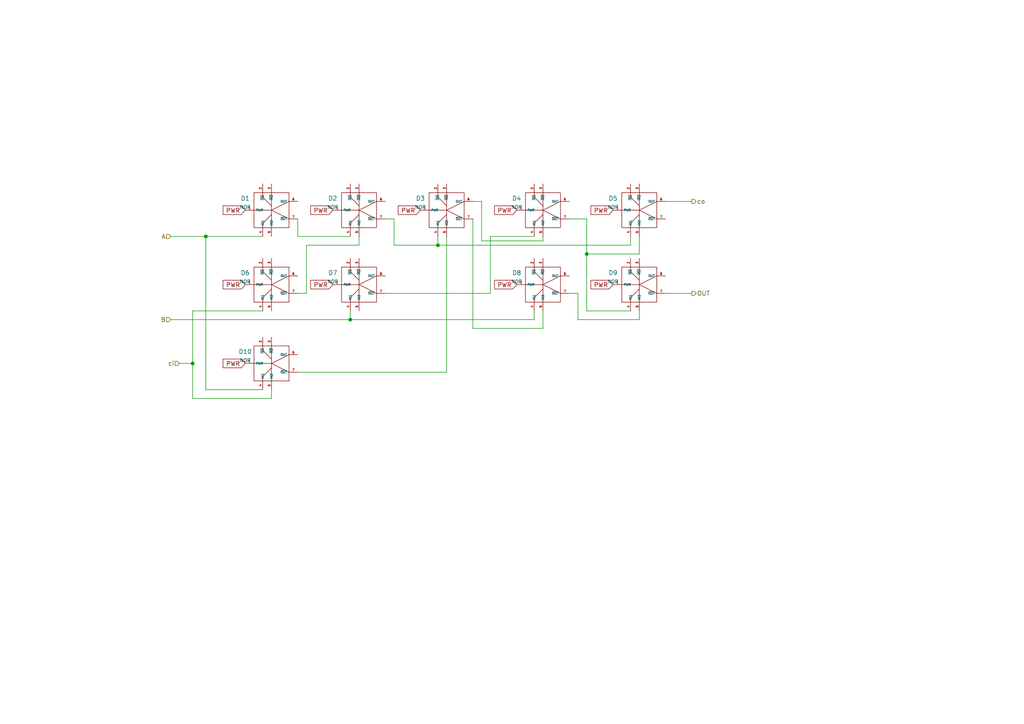
<source format=kicad_sch>
(kicad_sch (version 20211123) (generator eeschema)

  (uuid a1f84086-e425-4809-97aa-111a4865d9cd)

  (paper "A4")

  (lib_symbols
    (symbol "fluidic:NOR" (in_bom yes) (on_board yes)
      (property "Reference" "D" (id 0) (at 1.27 1.27 0)
        (effects (font (size 1.27 1.27)))
      )
      (property "Value" "NOR" (id 1) (at 2.54 3.81 0)
        (effects (font (size 1 1)))
      )
      (property "Footprint" "" (id 2) (at 0 0 0)
        (effects (font (size 1.27 1.27)) hide)
      )
      (property "Datasheet" "" (id 3) (at 0 0 0)
        (effects (font (size 1.27 1.27)) hide)
      )
      (symbol "NOR_0_1"
        (rectangle (start -5.08 5.08) (end 5.08 -5.08)
          (stroke (width 0) (type default) (color 0 0 0 0))
          (fill (type none))
        )
        (polyline
          (pts
            (xy 0 -5.08)
            (xy 0 0)
          )
          (stroke (width 0) (type default) (color 0 0 0 0))
          (fill (type none))
        )
        (polyline
          (pts
            (xy 0 0)
            (xy 5.08 -2.54)
          )
          (stroke (width 0) (type default) (color 0 0 0 0))
          (fill (type none))
        )
        (polyline
          (pts
            (xy 0 5.08)
            (xy 0 0)
          )
          (stroke (width 0) (type default) (color 0 0 0 0))
          (fill (type none))
        )
        (polyline
          (pts
            (xy -5.08 0)
            (xy 0 0)
            (xy 5.08 2.54)
          )
          (stroke (width 0) (type default) (color 0 0 0 0))
          (fill (type none))
        )
        (polyline
          (pts
            (xy -2.54 -5.08)
            (xy -2.54 -3.81)
            (xy 0 -1.27)
          )
          (stroke (width 0) (type default) (color 0 0 0 0))
          (fill (type none))
        )
        (polyline
          (pts
            (xy -2.54 5.08)
            (xy -2.54 3.81)
            (xy 0 1.27)
          )
          (stroke (width 0) (type default) (color 0 0 0 0))
          (fill (type none))
        )
      )
      (symbol "NOR_1_1"
        (pin power_in line (at -7.62 0 0) (length 2.54)
          (name "PWR" (effects (font (size 0.635 0.635))))
          (number "1" (effects (font (size 0.635 0.635))))
        )
        (pin input line (at -2.54 7.62 270) (length 2.54)
          (name "~{IN1}" (effects (font (size 0.635 0.635))))
          (number "2" (effects (font (size 0.635 0.635))))
        )
        (pin input line (at 0 7.62 270) (length 2.54)
          (name "~{IN2}" (effects (font (size 0.635 0.635))))
          (number "3" (effects (font (size 0.635 0.635))))
        )
        (pin input line (at -2.54 -7.62 90) (length 2.54)
          (name "IN1" (effects (font (size 0.635 0.635))))
          (number "4" (effects (font (size 0.635 0.635))))
        )
        (pin input line (at 0 -7.62 90) (length 2.54)
          (name "IN2" (effects (font (size 0.635 0.635))))
          (number "5" (effects (font (size 0.635 0.635))))
        )
        (pin output line (at 7.62 2.54 180) (length 2.54)
          (name "OUT" (effects (font (size 0.635 0.635))))
          (number "6" (effects (font (size 0.635 0.635))))
        )
        (pin output line (at 7.62 -2.54 180) (length 2.54)
          (name "~{OUT}" (effects (font (size 0.635 0.635))))
          (number "7" (effects (font (size 0.635 0.635))))
        )
      )
    )
  )

  (junction (at 59.69 68.58) (diameter 0) (color 0 0 0 0)
    (uuid 2719fbdd-b8b0-49cd-a200-d183afc656df)
  )
  (junction (at 101.6 92.71) (diameter 0) (color 0 0 0 0)
    (uuid 78c73d24-07f2-4dc9-aa47-0cd1327cbc4d)
  )
  (junction (at 127 71.12) (diameter 0) (color 0 0 0 0)
    (uuid 8e969972-0b99-4eac-98a2-9e2d5a1ea73b)
  )
  (junction (at 170.18 73.66) (diameter 0) (color 0 0 0 0)
    (uuid be704520-f797-44d9-9184-23dbcb04474d)
  )
  (junction (at 55.88 105.41) (diameter 0) (color 0 0 0 0)
    (uuid f64d5c97-8df5-49a8-83a0-2d67d2d1080a)
  )

  (wire (pts (xy 170.18 73.66) (xy 170.18 90.17))
    (stroke (width 0) (type default) (color 0 0 0 0))
    (uuid 01d282c8-300a-48bc-8604-8f0ab33a5a37)
  )
  (wire (pts (xy 142.24 85.09) (xy 142.24 68.58))
    (stroke (width 0) (type default) (color 0 0 0 0))
    (uuid 0890e40f-931f-49e1-8f1d-a1e8b8324f46)
  )
  (wire (pts (xy 49.53 68.58) (xy 59.69 68.58))
    (stroke (width 0) (type default) (color 0 0 0 0))
    (uuid 179a1047-509b-410b-b065-e07ddf96a1b8)
  )
  (wire (pts (xy 170.18 90.17) (xy 182.88 90.17))
    (stroke (width 0) (type default) (color 0 0 0 0))
    (uuid 221223ed-ac64-429f-93c0-c2345bcdddea)
  )
  (wire (pts (xy 101.6 90.17) (xy 101.6 92.71))
    (stroke (width 0) (type default) (color 0 0 0 0))
    (uuid 23887384-85d2-4b91-ae43-c658cf2a5cce)
  )
  (wire (pts (xy 55.88 115.57) (xy 78.74 115.57))
    (stroke (width 0) (type default) (color 0 0 0 0))
    (uuid 254490b5-8858-4a68-8223-7762bfd86f51)
  )
  (wire (pts (xy 55.88 90.17) (xy 55.88 105.41))
    (stroke (width 0) (type default) (color 0 0 0 0))
    (uuid 301ddb52-7aa7-4d21-829d-3b0604718d7b)
  )
  (wire (pts (xy 154.94 92.71) (xy 154.94 90.17))
    (stroke (width 0) (type default) (color 0 0 0 0))
    (uuid 32936b45-2018-46cf-8a4b-4b72fdacbb6c)
  )
  (wire (pts (xy 114.3 71.12) (xy 127 71.12))
    (stroke (width 0) (type default) (color 0 0 0 0))
    (uuid 3f1da200-8ddf-4c37-bb20-c3b43a5c6661)
  )
  (wire (pts (xy 139.7 69.85) (xy 157.48 69.85))
    (stroke (width 0) (type default) (color 0 0 0 0))
    (uuid 41e1bec3-0740-4422-bd4b-04ceacc6a574)
  )
  (wire (pts (xy 185.42 73.66) (xy 170.18 73.66))
    (stroke (width 0) (type default) (color 0 0 0 0))
    (uuid 4abddfd4-0b2b-4794-aed2-d383cb8cdf5a)
  )
  (wire (pts (xy 114.3 63.5) (xy 114.3 71.12))
    (stroke (width 0) (type default) (color 0 0 0 0))
    (uuid 4c739fa0-f32e-4df4-9b7b-ee3e6afb295f)
  )
  (wire (pts (xy 55.88 105.41) (xy 55.88 115.57))
    (stroke (width 0) (type default) (color 0 0 0 0))
    (uuid 4e001036-2180-4366-a0f5-0b8745896e4b)
  )
  (wire (pts (xy 185.42 68.58) (xy 185.42 73.66))
    (stroke (width 0) (type default) (color 0 0 0 0))
    (uuid 5adc5db4-f36c-4caa-a818-4419812a0a5f)
  )
  (wire (pts (xy 193.04 85.09) (xy 200.66 85.09))
    (stroke (width 0) (type default) (color 0 0 0 0))
    (uuid 5ae4af88-d7c5-4253-8c78-07408a7a6082)
  )
  (wire (pts (xy 78.74 115.57) (xy 78.74 113.03))
    (stroke (width 0) (type default) (color 0 0 0 0))
    (uuid 5c85a8be-901a-4da1-999e-8f9316274f26)
  )
  (wire (pts (xy 111.76 63.5) (xy 114.3 63.5))
    (stroke (width 0) (type default) (color 0 0 0 0))
    (uuid 61552163-4761-4a1c-b2d6-fa35886f0193)
  )
  (wire (pts (xy 76.2 90.17) (xy 55.88 90.17))
    (stroke (width 0) (type default) (color 0 0 0 0))
    (uuid 6e56869a-4980-4be5-99cc-604254cea306)
  )
  (wire (pts (xy 167.64 85.09) (xy 167.64 92.71))
    (stroke (width 0) (type default) (color 0 0 0 0))
    (uuid 742f0768-4b6c-4c7b-953c-2b3280a10d72)
  )
  (wire (pts (xy 167.64 92.71) (xy 185.42 92.71))
    (stroke (width 0) (type default) (color 0 0 0 0))
    (uuid 75ef13f5-8f4a-4b24-8ada-e3f945ccfa07)
  )
  (wire (pts (xy 49.53 92.71) (xy 101.6 92.71))
    (stroke (width 0) (type default) (color 0 0 0 0))
    (uuid 7722f050-2b54-4409-8294-2ca385751bfb)
  )
  (wire (pts (xy 127 71.12) (xy 127 68.58))
    (stroke (width 0) (type default) (color 0 0 0 0))
    (uuid 79484f6e-a689-48b8-b098-f07d68587f2b)
  )
  (wire (pts (xy 86.36 68.58) (xy 101.6 68.58))
    (stroke (width 0) (type default) (color 0 0 0 0))
    (uuid 81a1f2cf-ee7f-48b7-8687-fba37e0af761)
  )
  (wire (pts (xy 170.18 63.5) (xy 170.18 73.66))
    (stroke (width 0) (type default) (color 0 0 0 0))
    (uuid 81a24744-1b3c-42a9-b32d-fc07eaacea1b)
  )
  (wire (pts (xy 137.16 95.25) (xy 157.48 95.25))
    (stroke (width 0) (type default) (color 0 0 0 0))
    (uuid 81c4f974-e3a7-4ddc-9a0f-753b09fb6ca9)
  )
  (wire (pts (xy 137.16 58.42) (xy 139.7 58.42))
    (stroke (width 0) (type default) (color 0 0 0 0))
    (uuid 8f8b7361-be1c-41c9-bc2d-d1934a8fee5e)
  )
  (wire (pts (xy 59.69 113.03) (xy 59.69 68.58))
    (stroke (width 0) (type default) (color 0 0 0 0))
    (uuid 9cd490ca-ce34-42c1-b467-72fb158c45f0)
  )
  (wire (pts (xy 127 71.12) (xy 182.88 71.12))
    (stroke (width 0) (type default) (color 0 0 0 0))
    (uuid a19629f5-688b-47ac-aa86-0f011d86546f)
  )
  (wire (pts (xy 52.07 105.41) (xy 55.88 105.41))
    (stroke (width 0) (type default) (color 0 0 0 0))
    (uuid a7512e35-06f2-4a95-8334-044463dbf068)
  )
  (wire (pts (xy 182.88 71.12) (xy 182.88 68.58))
    (stroke (width 0) (type default) (color 0 0 0 0))
    (uuid ade31ed6-1782-401e-8a26-cb6d25ad5666)
  )
  (wire (pts (xy 59.69 68.58) (xy 76.2 68.58))
    (stroke (width 0) (type default) (color 0 0 0 0))
    (uuid b15a261c-9afc-4d17-bd3e-4e99f035056a)
  )
  (wire (pts (xy 111.76 85.09) (xy 142.24 85.09))
    (stroke (width 0) (type default) (color 0 0 0 0))
    (uuid b26cb642-faa1-4a69-a41d-82d08085187d)
  )
  (wire (pts (xy 86.36 85.09) (xy 88.9 85.09))
    (stroke (width 0) (type default) (color 0 0 0 0))
    (uuid b7ebda31-0431-4196-ab87-a66eaefeb568)
  )
  (wire (pts (xy 142.24 68.58) (xy 154.94 68.58))
    (stroke (width 0) (type default) (color 0 0 0 0))
    (uuid c0c3b0ac-8a1a-48a9-b093-8d204bfaeb48)
  )
  (wire (pts (xy 101.6 92.71) (xy 154.94 92.71))
    (stroke (width 0) (type default) (color 0 0 0 0))
    (uuid c2d36e37-6bc2-4f1b-a670-6957e44c62c1)
  )
  (wire (pts (xy 193.04 58.42) (xy 200.66 58.42))
    (stroke (width 0) (type default) (color 0 0 0 0))
    (uuid c381de3f-2dc5-4fa5-bc4f-5b218c5eaaf9)
  )
  (wire (pts (xy 86.36 63.5) (xy 86.36 68.58))
    (stroke (width 0) (type default) (color 0 0 0 0))
    (uuid c3c6e638-6255-4b9e-8ea2-c68bdd7acbfc)
  )
  (wire (pts (xy 88.9 85.09) (xy 88.9 71.12))
    (stroke (width 0) (type default) (color 0 0 0 0))
    (uuid cb2009dc-c959-4fa6-b24e-6a72a6e1f7e2)
  )
  (wire (pts (xy 157.48 69.85) (xy 157.48 68.58))
    (stroke (width 0) (type default) (color 0 0 0 0))
    (uuid cfc7b29a-38cf-4db1-be93-bd3acd853bac)
  )
  (wire (pts (xy 104.14 71.12) (xy 104.14 68.58))
    (stroke (width 0) (type default) (color 0 0 0 0))
    (uuid d660ef02-4721-432e-9cc6-ed9683236c99)
  )
  (wire (pts (xy 129.54 107.95) (xy 129.54 68.58))
    (stroke (width 0) (type default) (color 0 0 0 0))
    (uuid dd413e06-7201-441f-960a-a4b9974b3aa1)
  )
  (wire (pts (xy 157.48 90.17) (xy 157.48 95.25))
    (stroke (width 0) (type default) (color 0 0 0 0))
    (uuid de487a49-b1bd-49d8-b602-b0f77924dd62)
  )
  (wire (pts (xy 185.42 92.71) (xy 185.42 90.17))
    (stroke (width 0) (type default) (color 0 0 0 0))
    (uuid e02b3bcd-625b-471d-8084-6e900f7cd18c)
  )
  (wire (pts (xy 139.7 58.42) (xy 139.7 69.85))
    (stroke (width 0) (type default) (color 0 0 0 0))
    (uuid e03bc6be-342f-4fa9-b82f-bf7575af503e)
  )
  (wire (pts (xy 137.16 63.5) (xy 137.16 95.25))
    (stroke (width 0) (type default) (color 0 0 0 0))
    (uuid e0cc6966-35e4-4736-b37e-f674d5f42e33)
  )
  (wire (pts (xy 86.36 107.95) (xy 129.54 107.95))
    (stroke (width 0) (type default) (color 0 0 0 0))
    (uuid e1b1c8a3-e1df-4d39-9ad1-bbd93c7cb1fb)
  )
  (wire (pts (xy 76.2 113.03) (xy 59.69 113.03))
    (stroke (width 0) (type default) (color 0 0 0 0))
    (uuid e401f93d-a3b3-494d-adb8-3f78e486c2b4)
  )
  (wire (pts (xy 165.1 63.5) (xy 170.18 63.5))
    (stroke (width 0) (type default) (color 0 0 0 0))
    (uuid e5d40187-c8bb-4e65-9e01-71e3d21055c3)
  )
  (wire (pts (xy 165.1 85.09) (xy 167.64 85.09))
    (stroke (width 0) (type default) (color 0 0 0 0))
    (uuid f6318bd3-4109-45cb-b423-5b4b0d001caf)
  )
  (wire (pts (xy 88.9 71.12) (xy 104.14 71.12))
    (stroke (width 0) (type default) (color 0 0 0 0))
    (uuid f7fd5259-72a0-49d0-b406-f8c36e16cfbb)
  )

  (global_label "PWR" (shape input) (at 149.86 60.96 180) (fields_autoplaced)
    (effects (font (size 1.27 1.27)) (justify right))
    (uuid 1bfc93fe-1c12-4335-b667-796f42ec48c0)
    (property "Intersheet References" "${INTERSHEET_REFS}" (id 0) (at 143.4555 60.8806 0)
      (effects (font (size 1.27 1.27)) (justify right) hide)
    )
  )
  (global_label "PWR" (shape input) (at 149.86 82.55 180) (fields_autoplaced)
    (effects (font (size 1.27 1.27)) (justify right))
    (uuid 2ccb505a-0613-4946-814a-15045c4bb55e)
    (property "Intersheet References" "${INTERSHEET_REFS}" (id 0) (at 143.4555 82.4706 0)
      (effects (font (size 1.27 1.27)) (justify right) hide)
    )
  )
  (global_label "PWR" (shape input) (at 121.92 60.96 180) (fields_autoplaced)
    (effects (font (size 1.27 1.27)) (justify right))
    (uuid 4083f32a-138e-4671-8b45-a5f6a4bf79d6)
    (property "Intersheet References" "${INTERSHEET_REFS}" (id 0) (at 115.5155 60.8806 0)
      (effects (font (size 1.27 1.27)) (justify right) hide)
    )
  )
  (global_label "PWR" (shape input) (at 71.12 60.96 180) (fields_autoplaced)
    (effects (font (size 1.27 1.27)) (justify right))
    (uuid 4486a782-4e98-4911-9142-d8789bd9cb8b)
    (property "Intersheet References" "${INTERSHEET_REFS}" (id 0) (at 64.7155 60.8806 0)
      (effects (font (size 1.27 1.27)) (justify right) hide)
    )
  )
  (global_label "PWR" (shape input) (at 177.8 60.96 180) (fields_autoplaced)
    (effects (font (size 1.27 1.27)) (justify right))
    (uuid 560f45d9-3f1f-4701-b818-d7659ea38a07)
    (property "Intersheet References" "${INTERSHEET_REFS}" (id 0) (at 171.3955 60.8806 0)
      (effects (font (size 1.27 1.27)) (justify right) hide)
    )
  )
  (global_label "PWR" (shape input) (at 96.52 60.96 180) (fields_autoplaced)
    (effects (font (size 1.27 1.27)) (justify right))
    (uuid 796944cf-b53a-4362-93b7-ce70e37f974b)
    (property "Intersheet References" "${INTERSHEET_REFS}" (id 0) (at 90.1155 60.8806 0)
      (effects (font (size 1.27 1.27)) (justify right) hide)
    )
  )
  (global_label "PWR" (shape input) (at 177.8 82.55 180) (fields_autoplaced)
    (effects (font (size 1.27 1.27)) (justify right))
    (uuid a33b1a7e-fed5-4b82-8098-a20345bcf778)
    (property "Intersheet References" "${INTERSHEET_REFS}" (id 0) (at 171.3955 82.4706 0)
      (effects (font (size 1.27 1.27)) (justify right) hide)
    )
  )
  (global_label "PWR" (shape input) (at 96.52 82.55 180) (fields_autoplaced)
    (effects (font (size 1.27 1.27)) (justify right))
    (uuid ae7948e4-531f-4e42-83fc-463ccd381928)
    (property "Intersheet References" "${INTERSHEET_REFS}" (id 0) (at 90.1155 82.4706 0)
      (effects (font (size 1.27 1.27)) (justify right) hide)
    )
  )
  (global_label "PWR" (shape input) (at 71.12 82.55 180) (fields_autoplaced)
    (effects (font (size 1.27 1.27)) (justify right))
    (uuid c7439e90-c6b8-47b2-9d17-a06c395fe26e)
    (property "Intersheet References" "${INTERSHEET_REFS}" (id 0) (at 64.7155 82.4706 0)
      (effects (font (size 1.27 1.27)) (justify right) hide)
    )
  )
  (global_label "PWR" (shape input) (at 71.12 105.41 180) (fields_autoplaced)
    (effects (font (size 1.27 1.27)) (justify right))
    (uuid cb031a77-9b7a-4ffa-ac78-be0cf9b1a671)
    (property "Intersheet References" "${INTERSHEET_REFS}" (id 0) (at 64.7155 105.3306 0)
      (effects (font (size 1.27 1.27)) (justify right) hide)
    )
  )

  (hierarchical_label "ci" (shape input) (at 52.07 105.41 180)
    (effects (font (size 1.27 1.27)) (justify right))
    (uuid 377a2a04-f07e-4ede-8767-eeb885700b1b)
  )
  (hierarchical_label "OUT" (shape output) (at 200.66 85.09 0)
    (effects (font (size 1.27 1.27)) (justify left))
    (uuid 604aecbc-88c2-42a1-955f-a9af74318bd8)
  )
  (hierarchical_label "co" (shape output) (at 200.66 58.42 0)
    (effects (font (size 1.27 1.27)) (justify left))
    (uuid 72f4d15e-aaed-4cd8-8631-c43c2bd0c0c6)
  )
  (hierarchical_label "A" (shape input) (at 49.53 68.58 180)
    (effects (font (size 1.27 1.27)) (justify right))
    (uuid 8b5c5c35-9fa6-42ab-a00b-53767849c852)
  )
  (hierarchical_label "B" (shape input) (at 49.53 92.71 180)
    (effects (font (size 1.27 1.27)) (justify right))
    (uuid 8e4622e7-4bd3-43b3-86aa-528132c8cea6)
  )

  (symbol (lib_id "fluidic:NOR") (at 78.74 82.55 0)
    (in_bom yes) (on_board yes) (fields_autoplaced)
    (uuid 43204734-1c0e-4ac5-bb89-023236f3dbc4)
    (property "Reference" "D6" (id 0) (at 71.12 79.14 0))
    (property "Value" "NOR" (id 1) (at 71.12 81.6801 0)
      (effects (font (size 1 1)))
    )
    (property "Footprint" "" (id 2) (at 78.74 82.55 0)
      (effects (font (size 1.27 1.27)) hide)
    )
    (property "Datasheet" "" (id 3) (at 78.74 82.55 0)
      (effects (font (size 1.27 1.27)) hide)
    )
    (pin "1" (uuid 61614cee-b370-4b29-a238-fc28a54dab71))
    (pin "2" (uuid fa247a02-09cf-4c05-85a9-48d63936ee00))
    (pin "3" (uuid db5eee57-71a9-41d2-84ae-3a208d9127dc))
    (pin "4" (uuid 09b9248f-bf17-4ab5-8f81-81360ef54010))
    (pin "5" (uuid 08f152a7-5dd6-40b8-86c8-5a6a84e3e7cf))
    (pin "6" (uuid c1fbcf6a-9fcf-4f91-9749-1eb6b6cca1a7))
    (pin "7" (uuid ca9250eb-6c1b-4489-a33a-5da4004263f8))
  )

  (symbol (lib_id "fluidic:NOR") (at 104.14 82.55 0)
    (in_bom yes) (on_board yes) (fields_autoplaced)
    (uuid 839a6ff0-3de9-4e22-9fe6-02a318fb81a7)
    (property "Reference" "D7" (id 0) (at 96.52 79.14 0))
    (property "Value" "NOR" (id 1) (at 96.52 81.6801 0)
      (effects (font (size 1 1)))
    )
    (property "Footprint" "" (id 2) (at 104.14 82.55 0)
      (effects (font (size 1.27 1.27)) hide)
    )
    (property "Datasheet" "" (id 3) (at 104.14 82.55 0)
      (effects (font (size 1.27 1.27)) hide)
    )
    (pin "1" (uuid adf6c95b-5dc8-4d48-824c-edacd0c65ee8))
    (pin "2" (uuid 47b61358-56a0-480e-a2e5-bb503e858961))
    (pin "3" (uuid 812c8bc0-9553-42d5-bb3c-a657d45d6bda))
    (pin "4" (uuid fdec41aa-f1fd-4bc2-89ca-fe97f84b6deb))
    (pin "5" (uuid f804aac1-6cc3-478d-83f2-61dd53f87d06))
    (pin "6" (uuid 931f192d-77cf-45f2-b1d7-8b645f4f95a1))
    (pin "7" (uuid 3c4b8fca-d22d-4df4-9c98-c279260666a3))
  )

  (symbol (lib_id "fluidic:NOR") (at 129.54 60.96 0)
    (in_bom yes) (on_board yes) (fields_autoplaced)
    (uuid 872f230a-94f6-4b78-91f1-d1815c9160d9)
    (property "Reference" "D3" (id 0) (at 121.92 57.55 0))
    (property "Value" "NOR" (id 1) (at 121.92 60.0901 0)
      (effects (font (size 1 1)))
    )
    (property "Footprint" "" (id 2) (at 129.54 60.96 0)
      (effects (font (size 1.27 1.27)) hide)
    )
    (property "Datasheet" "" (id 3) (at 129.54 60.96 0)
      (effects (font (size 1.27 1.27)) hide)
    )
    (pin "1" (uuid ab099279-95a1-4b22-8519-a69d4cd5d596))
    (pin "2" (uuid 4d5466e5-82c2-4260-8553-d9b75cdecdb9))
    (pin "3" (uuid 2788dbf7-231a-4d41-a12e-0c87505281ca))
    (pin "4" (uuid 2c84e5f9-cc74-4934-8461-fbf26a994a80))
    (pin "5" (uuid ad380b56-c4ed-46fc-8f41-5ebf1a9cacef))
    (pin "6" (uuid c8db2e9c-76c8-4219-9490-b5bd59e87b3f))
    (pin "7" (uuid 68253e88-4faf-40f2-b038-54be1d22b44f))
  )

  (symbol (lib_id "fluidic:NOR") (at 185.42 82.55 0)
    (in_bom yes) (on_board yes) (fields_autoplaced)
    (uuid 9a1a36ae-83d2-42f4-8400-f832c995665b)
    (property "Reference" "D9" (id 0) (at 177.8 79.14 0))
    (property "Value" "NOR" (id 1) (at 177.8 81.6801 0)
      (effects (font (size 1 1)))
    )
    (property "Footprint" "" (id 2) (at 185.42 82.55 0)
      (effects (font (size 1.27 1.27)) hide)
    )
    (property "Datasheet" "" (id 3) (at 185.42 82.55 0)
      (effects (font (size 1.27 1.27)) hide)
    )
    (pin "1" (uuid 1ee44092-8c49-401d-9df4-130e39ea4442))
    (pin "2" (uuid 5ec83aa8-d699-4dfc-afc7-3f0d8566b21a))
    (pin "3" (uuid 7bc73aeb-ec0d-45ee-992e-c430736a8d71))
    (pin "4" (uuid 9d5571ca-6665-48f6-b88a-bc4610c06eb6))
    (pin "5" (uuid cc28f8de-3b73-48c3-b866-55205e3aa0cb))
    (pin "6" (uuid d74a104a-35da-4cb0-a175-88b67893caa9))
    (pin "7" (uuid 0d9212c3-3e21-49ad-8bb7-72b5da23c2a2))
  )

  (symbol (lib_id "fluidic:NOR") (at 78.74 105.41 0)
    (in_bom yes) (on_board yes) (fields_autoplaced)
    (uuid 9f433da6-bc26-4475-8b29-5cf7a8fdea20)
    (property "Reference" "D10" (id 0) (at 71.12 102 0))
    (property "Value" "NOR" (id 1) (at 71.12 104.5401 0)
      (effects (font (size 1 1)))
    )
    (property "Footprint" "" (id 2) (at 78.74 105.41 0)
      (effects (font (size 1.27 1.27)) hide)
    )
    (property "Datasheet" "" (id 3) (at 78.74 105.41 0)
      (effects (font (size 1.27 1.27)) hide)
    )
    (pin "1" (uuid 0e9a8c95-7c8f-44e6-be82-e8dd1a225550))
    (pin "2" (uuid 3e449b85-e09c-4203-9bf6-8569050dbe93))
    (pin "3" (uuid cc023c8a-63d6-4080-a172-6e49d6627fb3))
    (pin "4" (uuid c07420ae-3624-4b80-aeae-2e6812ee46ca))
    (pin "5" (uuid 48997d22-8d2f-4e8f-9ecb-f994183fe17f))
    (pin "6" (uuid 407fae1f-316c-420a-89e6-21f138123cbe))
    (pin "7" (uuid 29eeaf52-5c5c-474e-9bf9-93b8570a7d73))
  )

  (symbol (lib_id "fluidic:NOR") (at 185.42 60.96 0)
    (in_bom yes) (on_board yes) (fields_autoplaced)
    (uuid a02d3e88-cef0-4cf8-a773-7b39e17a52b7)
    (property "Reference" "D5" (id 0) (at 177.8 57.55 0))
    (property "Value" "NOR" (id 1) (at 177.8 60.0901 0)
      (effects (font (size 1 1)))
    )
    (property "Footprint" "" (id 2) (at 185.42 60.96 0)
      (effects (font (size 1.27 1.27)) hide)
    )
    (property "Datasheet" "" (id 3) (at 185.42 60.96 0)
      (effects (font (size 1.27 1.27)) hide)
    )
    (pin "1" (uuid b5cb7f06-84b0-4bfb-9409-818869c86150))
    (pin "2" (uuid 4e6bf2a2-dd43-4d40-bb08-f97a48915b46))
    (pin "3" (uuid aa87f79d-53e4-467d-939d-39a73c0938ae))
    (pin "4" (uuid b890c18c-2cde-455c-be20-d19cbb2cd51f))
    (pin "5" (uuid ba4b5c95-61e7-49b8-a5a1-3ad43c30e576))
    (pin "6" (uuid 33ce5585-1f03-44e8-b37c-8da9b13d6185))
    (pin "7" (uuid d617d5b9-994e-4d2b-bdcb-c518e71732b6))
  )

  (symbol (lib_id "fluidic:NOR") (at 104.14 60.96 0)
    (in_bom yes) (on_board yes) (fields_autoplaced)
    (uuid b1b1f553-1a5e-4e6e-8887-9e3a6d79a46d)
    (property "Reference" "D2" (id 0) (at 96.52 57.55 0))
    (property "Value" "NOR" (id 1) (at 96.52 60.0901 0)
      (effects (font (size 1 1)))
    )
    (property "Footprint" "" (id 2) (at 104.14 60.96 0)
      (effects (font (size 1.27 1.27)) hide)
    )
    (property "Datasheet" "" (id 3) (at 104.14 60.96 0)
      (effects (font (size 1.27 1.27)) hide)
    )
    (pin "1" (uuid 602aa17b-c114-4a70-9466-31187d613c45))
    (pin "2" (uuid 13dac8eb-146e-4e11-9e0d-936621b9b5eb))
    (pin "3" (uuid a133a371-8505-4901-bf4c-2b1182924521))
    (pin "4" (uuid 349a2689-9274-4e9d-95bb-d58d5d67a5d5))
    (pin "5" (uuid ba5dbc42-b758-4414-bc64-d7e80d1ba761))
    (pin "6" (uuid 813c1703-0564-48c9-a3b7-adb9c37bd3db))
    (pin "7" (uuid 482745db-df58-49f7-8fa7-e685d2aac961))
  )

  (symbol (lib_id "fluidic:NOR") (at 157.48 82.55 0)
    (in_bom yes) (on_board yes) (fields_autoplaced)
    (uuid c1e7ee66-50d0-4e75-b58e-b44d4fcac97b)
    (property "Reference" "D8" (id 0) (at 149.86 79.14 0))
    (property "Value" "NOR" (id 1) (at 149.86 81.6801 0)
      (effects (font (size 1 1)))
    )
    (property "Footprint" "" (id 2) (at 157.48 82.55 0)
      (effects (font (size 1.27 1.27)) hide)
    )
    (property "Datasheet" "" (id 3) (at 157.48 82.55 0)
      (effects (font (size 1.27 1.27)) hide)
    )
    (pin "1" (uuid 0a14132f-d0f4-488f-8cf7-87ee31383157))
    (pin "2" (uuid fcde4b03-044e-4023-83c9-db29ea6f54eb))
    (pin "3" (uuid 26faac1e-727b-4328-b9a6-e52d955c0c94))
    (pin "4" (uuid df7cd5c9-0a4f-478f-84e7-d60f26d2e6d9))
    (pin "5" (uuid 7aa46653-73fa-4e04-80ca-d33da09b6718))
    (pin "6" (uuid 1c5347cd-c0e8-49c9-9579-610e44d2ab22))
    (pin "7" (uuid 2bcc2ae9-8674-4f77-ba34-7a8cfcb2fb65))
  )

  (symbol (lib_id "fluidic:NOR") (at 157.48 60.96 0)
    (in_bom yes) (on_board yes) (fields_autoplaced)
    (uuid d4a5082c-77ce-4546-a744-ea4a590f75b2)
    (property "Reference" "D4" (id 0) (at 149.86 57.55 0))
    (property "Value" "NOR" (id 1) (at 149.86 60.0901 0)
      (effects (font (size 1 1)))
    )
    (property "Footprint" "" (id 2) (at 157.48 60.96 0)
      (effects (font (size 1.27 1.27)) hide)
    )
    (property "Datasheet" "" (id 3) (at 157.48 60.96 0)
      (effects (font (size 1.27 1.27)) hide)
    )
    (pin "1" (uuid 808f3c7c-d0a8-4b53-8f39-a80eaccba87d))
    (pin "2" (uuid 6dc31c22-69dd-4207-aa4a-7482f3e7972b))
    (pin "3" (uuid ed72ed4e-8642-4798-a9b5-8cafe8129496))
    (pin "4" (uuid a7bdf116-d899-4319-81b2-8a9c5705d405))
    (pin "5" (uuid f92ec1cc-06ac-4119-99b4-e3779a94ef88))
    (pin "6" (uuid 3abcc1cf-f1f4-4b5c-8ae8-1d398f94e228))
    (pin "7" (uuid ddd506b9-e41d-4f92-9a7d-745c083388ad))
  )

  (symbol (lib_id "fluidic:NOR") (at 78.74 60.96 0)
    (in_bom yes) (on_board yes) (fields_autoplaced)
    (uuid e5441b9b-23fb-4b9e-b72c-6c7a6ca8614d)
    (property "Reference" "D1" (id 0) (at 71.12 57.55 0))
    (property "Value" "NOR" (id 1) (at 71.12 60.0901 0)
      (effects (font (size 1 1)))
    )
    (property "Footprint" "" (id 2) (at 78.74 60.96 0)
      (effects (font (size 1.27 1.27)) hide)
    )
    (property "Datasheet" "" (id 3) (at 78.74 60.96 0)
      (effects (font (size 1.27 1.27)) hide)
    )
    (pin "1" (uuid b1ee61f1-2d36-448d-8eca-a89ce8991ff8))
    (pin "2" (uuid 69cdd0d8-522b-4693-aa44-8c2d93247b48))
    (pin "3" (uuid 18c5a2e9-5477-4075-9795-9d29ce509901))
    (pin "4" (uuid d37c9a21-a75d-4c2f-950c-c4469540ead5))
    (pin "5" (uuid 285faa58-5511-4bdc-8168-a316b4849db7))
    (pin "6" (uuid a8052a31-dc71-4c31-b6ee-8053c40690f1))
    (pin "7" (uuid cb027bc5-d0a9-4990-a23a-4ce8077c67ad))
  )
)

</source>
